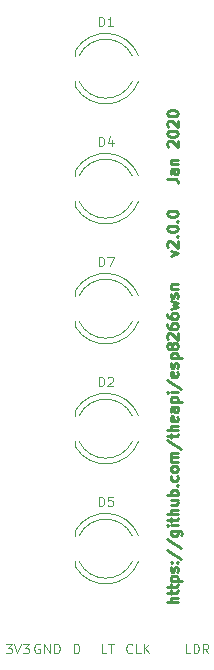
<source format=gbr>
G04 #@! TF.GenerationSoftware,KiCad,Pcbnew,5.0.2-bee76a0~70~ubuntu16.04.1*
G04 #@! TF.CreationDate,2020-01-15T21:00:25+00:00*
G04 #@! TF.ProjectId,receiver,72656365-6976-4657-922e-6b696361645f,rev?*
G04 #@! TF.SameCoordinates,Original*
G04 #@! TF.FileFunction,Legend,Top*
G04 #@! TF.FilePolarity,Positive*
%FSLAX46Y46*%
G04 Gerber Fmt 4.6, Leading zero omitted, Abs format (unit mm)*
G04 Created by KiCad (PCBNEW 5.0.2-bee76a0~70~ubuntu16.04.1) date Wed 15 Jan 2020 21:00:25 GMT*
%MOMM*%
%LPD*%
G01*
G04 APERTURE LIST*
%ADD10C,0.100000*%
%ADD11C,0.225000*%
%ADD12C,0.120000*%
G04 APERTURE END LIST*
D10*
X156397619Y-113011904D02*
X156016666Y-113011904D01*
X156016666Y-112211904D01*
X156664285Y-113011904D02*
X156664285Y-112211904D01*
X156854761Y-112211904D01*
X156969047Y-112250000D01*
X157045238Y-112326190D01*
X157083333Y-112402380D01*
X157121428Y-112554761D01*
X157121428Y-112669047D01*
X157083333Y-112821428D01*
X157045238Y-112897619D01*
X156969047Y-112973809D01*
X156854761Y-113011904D01*
X156664285Y-113011904D01*
X157921428Y-113011904D02*
X157654761Y-112630952D01*
X157464285Y-113011904D02*
X157464285Y-112211904D01*
X157769047Y-112211904D01*
X157845238Y-112250000D01*
X157883333Y-112288095D01*
X157921428Y-112364285D01*
X157921428Y-112478571D01*
X157883333Y-112554761D01*
X157845238Y-112592857D01*
X157769047Y-112630952D01*
X157464285Y-112630952D01*
X151473809Y-112935714D02*
X151435714Y-112973809D01*
X151321428Y-113011904D01*
X151245238Y-113011904D01*
X151130952Y-112973809D01*
X151054761Y-112897619D01*
X151016666Y-112821428D01*
X150978571Y-112669047D01*
X150978571Y-112554761D01*
X151016666Y-112402380D01*
X151054761Y-112326190D01*
X151130952Y-112250000D01*
X151245238Y-112211904D01*
X151321428Y-112211904D01*
X151435714Y-112250000D01*
X151473809Y-112288095D01*
X152197619Y-113011904D02*
X151816666Y-113011904D01*
X151816666Y-112211904D01*
X152464285Y-113011904D02*
X152464285Y-112211904D01*
X152921428Y-113011904D02*
X152578571Y-112554761D01*
X152921428Y-112211904D02*
X152464285Y-112669047D01*
X149292857Y-113011904D02*
X148911904Y-113011904D01*
X148911904Y-112211904D01*
X149445238Y-112211904D02*
X149902380Y-112211904D01*
X149673809Y-113011904D02*
X149673809Y-112211904D01*
X146540476Y-113011904D02*
X146540476Y-112211904D01*
X146730952Y-112211904D01*
X146845238Y-112250000D01*
X146921428Y-112326190D01*
X146959523Y-112402380D01*
X146997619Y-112554761D01*
X146997619Y-112669047D01*
X146959523Y-112821428D01*
X146921428Y-112897619D01*
X146845238Y-112973809D01*
X146730952Y-113011904D01*
X146540476Y-113011904D01*
X143640476Y-112250000D02*
X143564285Y-112211904D01*
X143450000Y-112211904D01*
X143335714Y-112250000D01*
X143259523Y-112326190D01*
X143221428Y-112402380D01*
X143183333Y-112554761D01*
X143183333Y-112669047D01*
X143221428Y-112821428D01*
X143259523Y-112897619D01*
X143335714Y-112973809D01*
X143450000Y-113011904D01*
X143526190Y-113011904D01*
X143640476Y-112973809D01*
X143678571Y-112935714D01*
X143678571Y-112669047D01*
X143526190Y-112669047D01*
X144021428Y-113011904D02*
X144021428Y-112211904D01*
X144478571Y-113011904D01*
X144478571Y-112211904D01*
X144859523Y-113011904D02*
X144859523Y-112211904D01*
X145050000Y-112211904D01*
X145164285Y-112250000D01*
X145240476Y-112326190D01*
X145278571Y-112402380D01*
X145316666Y-112554761D01*
X145316666Y-112669047D01*
X145278571Y-112821428D01*
X145240476Y-112897619D01*
X145164285Y-112973809D01*
X145050000Y-113011904D01*
X144859523Y-113011904D01*
X140759523Y-112211904D02*
X141254761Y-112211904D01*
X140988095Y-112516666D01*
X141102380Y-112516666D01*
X141178571Y-112554761D01*
X141216666Y-112592857D01*
X141254761Y-112669047D01*
X141254761Y-112859523D01*
X141216666Y-112935714D01*
X141178571Y-112973809D01*
X141102380Y-113011904D01*
X140873809Y-113011904D01*
X140797619Y-112973809D01*
X140759523Y-112935714D01*
X141483333Y-112211904D02*
X141750000Y-113011904D01*
X142016666Y-112211904D01*
X142207142Y-112211904D02*
X142702380Y-112211904D01*
X142435714Y-112516666D01*
X142550000Y-112516666D01*
X142626190Y-112554761D01*
X142664285Y-112592857D01*
X142702380Y-112669047D01*
X142702380Y-112859523D01*
X142664285Y-112935714D01*
X142626190Y-112973809D01*
X142550000Y-113011904D01*
X142321428Y-113011904D01*
X142245238Y-112973809D01*
X142207142Y-112935714D01*
D11*
X155347142Y-108691142D02*
X154447142Y-108691142D01*
X155347142Y-108305428D02*
X154875714Y-108305428D01*
X154790000Y-108348285D01*
X154747142Y-108433999D01*
X154747142Y-108562571D01*
X154790000Y-108648285D01*
X154832857Y-108691142D01*
X154747142Y-108005428D02*
X154747142Y-107662571D01*
X154447142Y-107876857D02*
X155218571Y-107876857D01*
X155304285Y-107833999D01*
X155347142Y-107748285D01*
X155347142Y-107662571D01*
X154747142Y-107491142D02*
X154747142Y-107148285D01*
X154447142Y-107362571D02*
X155218571Y-107362571D01*
X155304285Y-107319714D01*
X155347142Y-107233999D01*
X155347142Y-107148285D01*
X154747142Y-106848285D02*
X155647142Y-106848285D01*
X154790000Y-106848285D02*
X154747142Y-106762571D01*
X154747142Y-106591142D01*
X154790000Y-106505428D01*
X154832857Y-106462571D01*
X154918571Y-106419714D01*
X155175714Y-106419714D01*
X155261428Y-106462571D01*
X155304285Y-106505428D01*
X155347142Y-106591142D01*
X155347142Y-106762571D01*
X155304285Y-106848285D01*
X155304285Y-106076857D02*
X155347142Y-105991142D01*
X155347142Y-105819714D01*
X155304285Y-105733999D01*
X155218571Y-105691142D01*
X155175714Y-105691142D01*
X155090000Y-105733999D01*
X155047142Y-105819714D01*
X155047142Y-105948285D01*
X155004285Y-106033999D01*
X154918571Y-106076857D01*
X154875714Y-106076857D01*
X154790000Y-106033999D01*
X154747142Y-105948285D01*
X154747142Y-105819714D01*
X154790000Y-105733999D01*
X155261428Y-105305428D02*
X155304285Y-105262571D01*
X155347142Y-105305428D01*
X155304285Y-105348285D01*
X155261428Y-105305428D01*
X155347142Y-105305428D01*
X154790000Y-105305428D02*
X154832857Y-105262571D01*
X154875714Y-105305428D01*
X154832857Y-105348285D01*
X154790000Y-105305428D01*
X154875714Y-105305428D01*
X154404285Y-104233999D02*
X155561428Y-105005428D01*
X154404285Y-103291142D02*
X155561428Y-104062571D01*
X154747142Y-102605428D02*
X155475714Y-102605428D01*
X155561428Y-102648285D01*
X155604285Y-102691142D01*
X155647142Y-102776857D01*
X155647142Y-102905428D01*
X155604285Y-102991142D01*
X155304285Y-102605428D02*
X155347142Y-102691142D01*
X155347142Y-102862571D01*
X155304285Y-102948285D01*
X155261428Y-102991142D01*
X155175714Y-103033999D01*
X154918571Y-103033999D01*
X154832857Y-102991142D01*
X154790000Y-102948285D01*
X154747142Y-102862571D01*
X154747142Y-102691142D01*
X154790000Y-102605428D01*
X155347142Y-102176857D02*
X154747142Y-102176857D01*
X154447142Y-102176857D02*
X154490000Y-102219714D01*
X154532857Y-102176857D01*
X154490000Y-102133999D01*
X154447142Y-102176857D01*
X154532857Y-102176857D01*
X154747142Y-101876857D02*
X154747142Y-101533999D01*
X154447142Y-101748285D02*
X155218571Y-101748285D01*
X155304285Y-101705428D01*
X155347142Y-101619714D01*
X155347142Y-101533999D01*
X155347142Y-101233999D02*
X154447142Y-101233999D01*
X155347142Y-100848285D02*
X154875714Y-100848285D01*
X154790000Y-100891142D01*
X154747142Y-100976857D01*
X154747142Y-101105428D01*
X154790000Y-101191142D01*
X154832857Y-101233999D01*
X154747142Y-100033999D02*
X155347142Y-100033999D01*
X154747142Y-100419714D02*
X155218571Y-100419714D01*
X155304285Y-100376857D01*
X155347142Y-100291142D01*
X155347142Y-100162571D01*
X155304285Y-100076857D01*
X155261428Y-100033999D01*
X155347142Y-99605428D02*
X154447142Y-99605428D01*
X154790000Y-99605428D02*
X154747142Y-99519714D01*
X154747142Y-99348285D01*
X154790000Y-99262571D01*
X154832857Y-99219714D01*
X154918571Y-99176857D01*
X155175714Y-99176857D01*
X155261428Y-99219714D01*
X155304285Y-99262571D01*
X155347142Y-99348285D01*
X155347142Y-99519714D01*
X155304285Y-99605428D01*
X155261428Y-98791142D02*
X155304285Y-98748285D01*
X155347142Y-98791142D01*
X155304285Y-98833999D01*
X155261428Y-98791142D01*
X155347142Y-98791142D01*
X155304285Y-97976857D02*
X155347142Y-98062571D01*
X155347142Y-98233999D01*
X155304285Y-98319714D01*
X155261428Y-98362571D01*
X155175714Y-98405428D01*
X154918571Y-98405428D01*
X154832857Y-98362571D01*
X154790000Y-98319714D01*
X154747142Y-98233999D01*
X154747142Y-98062571D01*
X154790000Y-97976857D01*
X155347142Y-97462571D02*
X155304285Y-97548285D01*
X155261428Y-97591142D01*
X155175714Y-97633999D01*
X154918571Y-97633999D01*
X154832857Y-97591142D01*
X154790000Y-97548285D01*
X154747142Y-97462571D01*
X154747142Y-97333999D01*
X154790000Y-97248285D01*
X154832857Y-97205428D01*
X154918571Y-97162571D01*
X155175714Y-97162571D01*
X155261428Y-97205428D01*
X155304285Y-97248285D01*
X155347142Y-97333999D01*
X155347142Y-97462571D01*
X155347142Y-96776857D02*
X154747142Y-96776857D01*
X154832857Y-96776857D02*
X154790000Y-96733999D01*
X154747142Y-96648285D01*
X154747142Y-96519714D01*
X154790000Y-96433999D01*
X154875714Y-96391142D01*
X155347142Y-96391142D01*
X154875714Y-96391142D02*
X154790000Y-96348285D01*
X154747142Y-96262571D01*
X154747142Y-96133999D01*
X154790000Y-96048285D01*
X154875714Y-96005428D01*
X155347142Y-96005428D01*
X154404285Y-94933999D02*
X155561428Y-95705428D01*
X154747142Y-94762571D02*
X154747142Y-94419714D01*
X154447142Y-94633999D02*
X155218571Y-94633999D01*
X155304285Y-94591142D01*
X155347142Y-94505428D01*
X155347142Y-94419714D01*
X155347142Y-94119714D02*
X154447142Y-94119714D01*
X155347142Y-93733999D02*
X154875714Y-93733999D01*
X154790000Y-93776857D01*
X154747142Y-93862571D01*
X154747142Y-93991142D01*
X154790000Y-94076857D01*
X154832857Y-94119714D01*
X155304285Y-92962571D02*
X155347142Y-93048285D01*
X155347142Y-93219714D01*
X155304285Y-93305428D01*
X155218571Y-93348285D01*
X154875714Y-93348285D01*
X154790000Y-93305428D01*
X154747142Y-93219714D01*
X154747142Y-93048285D01*
X154790000Y-92962571D01*
X154875714Y-92919714D01*
X154961428Y-92919714D01*
X155047142Y-93348285D01*
X155347142Y-92148285D02*
X154875714Y-92148285D01*
X154790000Y-92191142D01*
X154747142Y-92276857D01*
X154747142Y-92448285D01*
X154790000Y-92533999D01*
X155304285Y-92148285D02*
X155347142Y-92233999D01*
X155347142Y-92448285D01*
X155304285Y-92533999D01*
X155218571Y-92576857D01*
X155132857Y-92576857D01*
X155047142Y-92533999D01*
X155004285Y-92448285D01*
X155004285Y-92233999D01*
X154961428Y-92148285D01*
X154747142Y-91719714D02*
X155647142Y-91719714D01*
X154790000Y-91719714D02*
X154747142Y-91633999D01*
X154747142Y-91462571D01*
X154790000Y-91376857D01*
X154832857Y-91333999D01*
X154918571Y-91291142D01*
X155175714Y-91291142D01*
X155261428Y-91333999D01*
X155304285Y-91376857D01*
X155347142Y-91462571D01*
X155347142Y-91633999D01*
X155304285Y-91719714D01*
X155347142Y-90905428D02*
X154747142Y-90905428D01*
X154447142Y-90905428D02*
X154490000Y-90948285D01*
X154532857Y-90905428D01*
X154490000Y-90862571D01*
X154447142Y-90905428D01*
X154532857Y-90905428D01*
X154404285Y-89833999D02*
X155561428Y-90605428D01*
X155304285Y-89191142D02*
X155347142Y-89276857D01*
X155347142Y-89448285D01*
X155304285Y-89534000D01*
X155218571Y-89576857D01*
X154875714Y-89576857D01*
X154790000Y-89534000D01*
X154747142Y-89448285D01*
X154747142Y-89276857D01*
X154790000Y-89191142D01*
X154875714Y-89148285D01*
X154961428Y-89148285D01*
X155047142Y-89576857D01*
X155304285Y-88805428D02*
X155347142Y-88719714D01*
X155347142Y-88548285D01*
X155304285Y-88462571D01*
X155218571Y-88419714D01*
X155175714Y-88419714D01*
X155090000Y-88462571D01*
X155047142Y-88548285D01*
X155047142Y-88676857D01*
X155004285Y-88762571D01*
X154918571Y-88805428D01*
X154875714Y-88805428D01*
X154790000Y-88762571D01*
X154747142Y-88676857D01*
X154747142Y-88548285D01*
X154790000Y-88462571D01*
X154747142Y-88034000D02*
X155647142Y-88034000D01*
X154790000Y-88034000D02*
X154747142Y-87948285D01*
X154747142Y-87776857D01*
X154790000Y-87691142D01*
X154832857Y-87648285D01*
X154918571Y-87605428D01*
X155175714Y-87605428D01*
X155261428Y-87648285D01*
X155304285Y-87691142D01*
X155347142Y-87776857D01*
X155347142Y-87948285D01*
X155304285Y-88034000D01*
X154832857Y-87091142D02*
X154790000Y-87176857D01*
X154747142Y-87219714D01*
X154661428Y-87262571D01*
X154618571Y-87262571D01*
X154532857Y-87219714D01*
X154490000Y-87176857D01*
X154447142Y-87091142D01*
X154447142Y-86919714D01*
X154490000Y-86834000D01*
X154532857Y-86791142D01*
X154618571Y-86748285D01*
X154661428Y-86748285D01*
X154747142Y-86791142D01*
X154790000Y-86834000D01*
X154832857Y-86919714D01*
X154832857Y-87091142D01*
X154875714Y-87176857D01*
X154918571Y-87219714D01*
X155004285Y-87262571D01*
X155175714Y-87262571D01*
X155261428Y-87219714D01*
X155304285Y-87176857D01*
X155347142Y-87091142D01*
X155347142Y-86919714D01*
X155304285Y-86834000D01*
X155261428Y-86791142D01*
X155175714Y-86748285D01*
X155004285Y-86748285D01*
X154918571Y-86791142D01*
X154875714Y-86834000D01*
X154832857Y-86919714D01*
X154532857Y-86405428D02*
X154490000Y-86362571D01*
X154447142Y-86276857D01*
X154447142Y-86062571D01*
X154490000Y-85976857D01*
X154532857Y-85934000D01*
X154618571Y-85891142D01*
X154704285Y-85891142D01*
X154832857Y-85934000D01*
X155347142Y-86448285D01*
X155347142Y-85891142D01*
X154447142Y-85119714D02*
X154447142Y-85291142D01*
X154490000Y-85376857D01*
X154532857Y-85419714D01*
X154661428Y-85505428D01*
X154832857Y-85548285D01*
X155175714Y-85548285D01*
X155261428Y-85505428D01*
X155304285Y-85462571D01*
X155347142Y-85376857D01*
X155347142Y-85205428D01*
X155304285Y-85119714D01*
X155261428Y-85076857D01*
X155175714Y-85033999D01*
X154961428Y-85033999D01*
X154875714Y-85076857D01*
X154832857Y-85119714D01*
X154790000Y-85205428D01*
X154790000Y-85376857D01*
X154832857Y-85462571D01*
X154875714Y-85505428D01*
X154961428Y-85548285D01*
X154447142Y-84262571D02*
X154447142Y-84433999D01*
X154490000Y-84519714D01*
X154532857Y-84562571D01*
X154661428Y-84648285D01*
X154832857Y-84691142D01*
X155175714Y-84691142D01*
X155261428Y-84648285D01*
X155304285Y-84605428D01*
X155347142Y-84519714D01*
X155347142Y-84348285D01*
X155304285Y-84262571D01*
X155261428Y-84219714D01*
X155175714Y-84176857D01*
X154961428Y-84176857D01*
X154875714Y-84219714D01*
X154832857Y-84262571D01*
X154790000Y-84348285D01*
X154790000Y-84519714D01*
X154832857Y-84605428D01*
X154875714Y-84648285D01*
X154961428Y-84691142D01*
X154747142Y-83876857D02*
X155347142Y-83705428D01*
X154918571Y-83533999D01*
X155347142Y-83362571D01*
X154747142Y-83191142D01*
X155304285Y-82891142D02*
X155347142Y-82805428D01*
X155347142Y-82633999D01*
X155304285Y-82548285D01*
X155218571Y-82505428D01*
X155175714Y-82505428D01*
X155090000Y-82548285D01*
X155047142Y-82633999D01*
X155047142Y-82762571D01*
X155004285Y-82848285D01*
X154918571Y-82891142D01*
X154875714Y-82891142D01*
X154790000Y-82848285D01*
X154747142Y-82762571D01*
X154747142Y-82633999D01*
X154790000Y-82548285D01*
X154747142Y-82119714D02*
X155347142Y-82119714D01*
X154832857Y-82119714D02*
X154790000Y-82076857D01*
X154747142Y-81991142D01*
X154747142Y-81862571D01*
X154790000Y-81776857D01*
X154875714Y-81733999D01*
X155347142Y-81733999D01*
X154747142Y-79333999D02*
X155347142Y-79119714D01*
X154747142Y-78905428D01*
X154532857Y-78605428D02*
X154490000Y-78562571D01*
X154447142Y-78476857D01*
X154447142Y-78262571D01*
X154490000Y-78176857D01*
X154532857Y-78133999D01*
X154618571Y-78091142D01*
X154704285Y-78091142D01*
X154832857Y-78133999D01*
X155347142Y-78648285D01*
X155347142Y-78091142D01*
X155261428Y-77705428D02*
X155304285Y-77662571D01*
X155347142Y-77705428D01*
X155304285Y-77748285D01*
X155261428Y-77705428D01*
X155347142Y-77705428D01*
X154447142Y-77105428D02*
X154447142Y-77019714D01*
X154490000Y-76933999D01*
X154532857Y-76891142D01*
X154618571Y-76848285D01*
X154790000Y-76805428D01*
X155004285Y-76805428D01*
X155175714Y-76848285D01*
X155261428Y-76891142D01*
X155304285Y-76933999D01*
X155347142Y-77019714D01*
X155347142Y-77105428D01*
X155304285Y-77191142D01*
X155261428Y-77233999D01*
X155175714Y-77276857D01*
X155004285Y-77319714D01*
X154790000Y-77319714D01*
X154618571Y-77276857D01*
X154532857Y-77233999D01*
X154490000Y-77191142D01*
X154447142Y-77105428D01*
X155261428Y-76419714D02*
X155304285Y-76376857D01*
X155347142Y-76419714D01*
X155304285Y-76462571D01*
X155261428Y-76419714D01*
X155347142Y-76419714D01*
X154447142Y-75819714D02*
X154447142Y-75733999D01*
X154490000Y-75648285D01*
X154532857Y-75605428D01*
X154618571Y-75562571D01*
X154790000Y-75519714D01*
X155004285Y-75519714D01*
X155175714Y-75562571D01*
X155261428Y-75605428D01*
X155304285Y-75648285D01*
X155347142Y-75733999D01*
X155347142Y-75819714D01*
X155304285Y-75905428D01*
X155261428Y-75948285D01*
X155175714Y-75991142D01*
X155004285Y-76033999D01*
X154790000Y-76033999D01*
X154618571Y-75991142D01*
X154532857Y-75948285D01*
X154490000Y-75905428D01*
X154447142Y-75819714D01*
X154447142Y-72819714D02*
X155090000Y-72819714D01*
X155218571Y-72862571D01*
X155304285Y-72948285D01*
X155347142Y-73076857D01*
X155347142Y-73162571D01*
X155347142Y-72005428D02*
X154875714Y-72005428D01*
X154790000Y-72048285D01*
X154747142Y-72133999D01*
X154747142Y-72305428D01*
X154790000Y-72391142D01*
X155304285Y-72005428D02*
X155347142Y-72091142D01*
X155347142Y-72305428D01*
X155304285Y-72391142D01*
X155218571Y-72433999D01*
X155132857Y-72433999D01*
X155047142Y-72391142D01*
X155004285Y-72305428D01*
X155004285Y-72091142D01*
X154961428Y-72005428D01*
X154747142Y-71576857D02*
X155347142Y-71576857D01*
X154832857Y-71576857D02*
X154790000Y-71533999D01*
X154747142Y-71448285D01*
X154747142Y-71319714D01*
X154790000Y-71233999D01*
X154875714Y-71191142D01*
X155347142Y-71191142D01*
X154532857Y-70119714D02*
X154490000Y-70076857D01*
X154447142Y-69991142D01*
X154447142Y-69776857D01*
X154490000Y-69691142D01*
X154532857Y-69648285D01*
X154618571Y-69605428D01*
X154704285Y-69605428D01*
X154832857Y-69648285D01*
X155347142Y-70162571D01*
X155347142Y-69605428D01*
X154447142Y-69048285D02*
X154447142Y-68962571D01*
X154490000Y-68876857D01*
X154532857Y-68833999D01*
X154618571Y-68791142D01*
X154790000Y-68748285D01*
X155004285Y-68748285D01*
X155175714Y-68791142D01*
X155261428Y-68833999D01*
X155304285Y-68876857D01*
X155347142Y-68962571D01*
X155347142Y-69048285D01*
X155304285Y-69133999D01*
X155261428Y-69176857D01*
X155175714Y-69219714D01*
X155004285Y-69262571D01*
X154790000Y-69262571D01*
X154618571Y-69219714D01*
X154532857Y-69176857D01*
X154490000Y-69133999D01*
X154447142Y-69048285D01*
X154532857Y-68405428D02*
X154490000Y-68362571D01*
X154447142Y-68276857D01*
X154447142Y-68062571D01*
X154490000Y-67976857D01*
X154532857Y-67933999D01*
X154618571Y-67891142D01*
X154704285Y-67891142D01*
X154832857Y-67933999D01*
X155347142Y-68448285D01*
X155347142Y-67891142D01*
X154447142Y-67333999D02*
X154447142Y-67248285D01*
X154490000Y-67162571D01*
X154532857Y-67119714D01*
X154618571Y-67076857D01*
X154790000Y-67033999D01*
X155004285Y-67033999D01*
X155175714Y-67076857D01*
X155261428Y-67119714D01*
X155304285Y-67162571D01*
X155347142Y-67248285D01*
X155347142Y-67333999D01*
X155304285Y-67419714D01*
X155261428Y-67462571D01*
X155175714Y-67505428D01*
X155004285Y-67548285D01*
X154790000Y-67548285D01*
X154618571Y-67505428D01*
X154532857Y-67462571D01*
X154490000Y-67419714D01*
X154447142Y-67333999D01*
D12*
G04 #@! TO.C,D1*
X152012815Y-62419173D02*
G75*
G03X146665000Y-61955170I-2787815J-1080827D01*
G01*
X152012815Y-64580827D02*
G75*
G02X146665000Y-65044830I-2787815J1080827D01*
G01*
X151479479Y-62419571D02*
G75*
G03X146970316Y-62420000I-2254479J-1080429D01*
G01*
X151479479Y-64580429D02*
G75*
G02X146970316Y-64580000I-2254479J1080429D01*
G01*
X146665000Y-61955000D02*
X146665000Y-62420000D01*
X146665000Y-64580000D02*
X146665000Y-65045000D01*
G04 #@! TO.C,D2*
X152012815Y-92899173D02*
G75*
G03X146665000Y-92435170I-2787815J-1080827D01*
G01*
X152012815Y-95060827D02*
G75*
G02X146665000Y-95524830I-2787815J1080827D01*
G01*
X151479479Y-92899571D02*
G75*
G03X146970316Y-92900000I-2254479J-1080429D01*
G01*
X151479479Y-95060429D02*
G75*
G02X146970316Y-95060000I-2254479J1080429D01*
G01*
X146665000Y-92435000D02*
X146665000Y-92900000D01*
X146665000Y-95060000D02*
X146665000Y-95525000D01*
G04 #@! TO.C,D4*
X146665000Y-74740000D02*
X146665000Y-75205000D01*
X146665000Y-72115000D02*
X146665000Y-72580000D01*
X151479479Y-74740429D02*
G75*
G02X146970316Y-74740000I-2254479J1080429D01*
G01*
X151479479Y-72579571D02*
G75*
G03X146970316Y-72580000I-2254479J-1080429D01*
G01*
X152012815Y-74740827D02*
G75*
G02X146665000Y-75204830I-2787815J1080827D01*
G01*
X152012815Y-72579173D02*
G75*
G03X146665000Y-72115170I-2787815J-1080827D01*
G01*
G04 #@! TO.C,D5*
X146665000Y-105220000D02*
X146665000Y-105685000D01*
X146665000Y-102595000D02*
X146665000Y-103060000D01*
X151479479Y-105220429D02*
G75*
G02X146970316Y-105220000I-2254479J1080429D01*
G01*
X151479479Y-103059571D02*
G75*
G03X146970316Y-103060000I-2254479J-1080429D01*
G01*
X152012815Y-105220827D02*
G75*
G02X146665000Y-105684830I-2787815J1080827D01*
G01*
X152012815Y-103059173D02*
G75*
G03X146665000Y-102595170I-2787815J-1080827D01*
G01*
G04 #@! TO.C,D7*
X152012815Y-82739173D02*
G75*
G03X146665000Y-82275170I-2787815J-1080827D01*
G01*
X152012815Y-84900827D02*
G75*
G02X146665000Y-85364830I-2787815J1080827D01*
G01*
X151479479Y-82739571D02*
G75*
G03X146970316Y-82740000I-2254479J-1080429D01*
G01*
X151479479Y-84900429D02*
G75*
G02X146970316Y-84900000I-2254479J1080429D01*
G01*
X146665000Y-82275000D02*
X146665000Y-82740000D01*
X146665000Y-84900000D02*
X146665000Y-85365000D01*
G04 #@! TO.C,D1*
X148634523Y-59901904D02*
X148634523Y-59101904D01*
X148825000Y-59101904D01*
X148939285Y-59140000D01*
X149015476Y-59216190D01*
X149053571Y-59292380D01*
X149091666Y-59444761D01*
X149091666Y-59559047D01*
X149053571Y-59711428D01*
X149015476Y-59787619D01*
X148939285Y-59863809D01*
X148825000Y-59901904D01*
X148634523Y-59901904D01*
X149853571Y-59901904D02*
X149396428Y-59901904D01*
X149625000Y-59901904D02*
X149625000Y-59101904D01*
X149548809Y-59216190D01*
X149472619Y-59292380D01*
X149396428Y-59330476D01*
G04 #@! TO.C,D2*
X148634523Y-90381904D02*
X148634523Y-89581904D01*
X148825000Y-89581904D01*
X148939285Y-89620000D01*
X149015476Y-89696190D01*
X149053571Y-89772380D01*
X149091666Y-89924761D01*
X149091666Y-90039047D01*
X149053571Y-90191428D01*
X149015476Y-90267619D01*
X148939285Y-90343809D01*
X148825000Y-90381904D01*
X148634523Y-90381904D01*
X149396428Y-89658095D02*
X149434523Y-89620000D01*
X149510714Y-89581904D01*
X149701190Y-89581904D01*
X149777380Y-89620000D01*
X149815476Y-89658095D01*
X149853571Y-89734285D01*
X149853571Y-89810476D01*
X149815476Y-89924761D01*
X149358333Y-90381904D01*
X149853571Y-90381904D01*
G04 #@! TO.C,D4*
X148634523Y-70061904D02*
X148634523Y-69261904D01*
X148825000Y-69261904D01*
X148939285Y-69300000D01*
X149015476Y-69376190D01*
X149053571Y-69452380D01*
X149091666Y-69604761D01*
X149091666Y-69719047D01*
X149053571Y-69871428D01*
X149015476Y-69947619D01*
X148939285Y-70023809D01*
X148825000Y-70061904D01*
X148634523Y-70061904D01*
X149777380Y-69528571D02*
X149777380Y-70061904D01*
X149586904Y-69223809D02*
X149396428Y-69795238D01*
X149891666Y-69795238D01*
G04 #@! TO.C,D5*
X148634523Y-100541904D02*
X148634523Y-99741904D01*
X148825000Y-99741904D01*
X148939285Y-99780000D01*
X149015476Y-99856190D01*
X149053571Y-99932380D01*
X149091666Y-100084761D01*
X149091666Y-100199047D01*
X149053571Y-100351428D01*
X149015476Y-100427619D01*
X148939285Y-100503809D01*
X148825000Y-100541904D01*
X148634523Y-100541904D01*
X149815476Y-99741904D02*
X149434523Y-99741904D01*
X149396428Y-100122857D01*
X149434523Y-100084761D01*
X149510714Y-100046666D01*
X149701190Y-100046666D01*
X149777380Y-100084761D01*
X149815476Y-100122857D01*
X149853571Y-100199047D01*
X149853571Y-100389523D01*
X149815476Y-100465714D01*
X149777380Y-100503809D01*
X149701190Y-100541904D01*
X149510714Y-100541904D01*
X149434523Y-100503809D01*
X149396428Y-100465714D01*
G04 #@! TO.C,D7*
X148634523Y-80221904D02*
X148634523Y-79421904D01*
X148825000Y-79421904D01*
X148939285Y-79460000D01*
X149015476Y-79536190D01*
X149053571Y-79612380D01*
X149091666Y-79764761D01*
X149091666Y-79879047D01*
X149053571Y-80031428D01*
X149015476Y-80107619D01*
X148939285Y-80183809D01*
X148825000Y-80221904D01*
X148634523Y-80221904D01*
X149358333Y-79421904D02*
X149891666Y-79421904D01*
X149548809Y-80221904D01*
G04 #@! TD*
M02*

</source>
